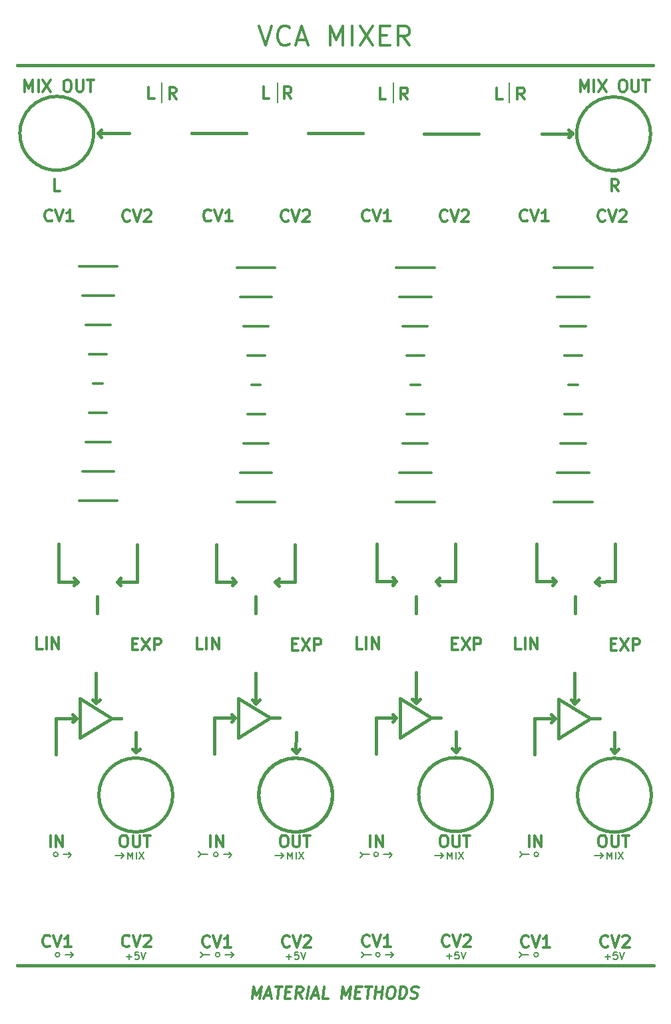
<source format=gbr>
%TF.GenerationSoftware,KiCad,Pcbnew,(5.0.1)-3*%
%TF.CreationDate,2020-04-13T19:58:08+01:00*%
%TF.ProjectId,panel,70616E656C2E6B696361645F70636200,rev?*%
%TF.SameCoordinates,Original*%
%TF.FileFunction,Legend,Top*%
%TF.FilePolarity,Positive*%
%FSLAX46Y46*%
G04 Gerber Fmt 4.6, Leading zero omitted, Abs format (unit mm)*
G04 Created by KiCad (PCBNEW (5.0.1)-3) date 13/04/2020 19:58:08*
%MOMM*%
%LPD*%
G01*
G04 APERTURE LIST*
%ADD10C,0.200000*%
%ADD11C,0.160000*%
%ADD12C,0.400000*%
%ADD13C,0.300000*%
%ADD14C,0.350000*%
%ADD15C,0.375000*%
G04 APERTURE END LIST*
D10*
X164846000Y-15240000D02*
X164846000Y-12700000D01*
X150114000Y-15240000D02*
X150114000Y-12700000D01*
X135382000Y-15240000D02*
X135382000Y-12700000D01*
X176812500Y-110974956D02*
X176475000Y-110635000D01*
X176800000Y-110960000D02*
X175750000Y-110960000D01*
X176814956Y-110972500D02*
X176475000Y-111310000D01*
D11*
X177365142Y-111405142D02*
X177365142Y-110505142D01*
X177665142Y-111148000D01*
X177965142Y-110505142D01*
X177965142Y-111405142D01*
X178393714Y-111405142D02*
X178393714Y-110505142D01*
X178736571Y-110505142D02*
X179336571Y-111405142D01*
X179336571Y-110505142D02*
X178736571Y-111405142D01*
D10*
X156494956Y-110972500D02*
X156155000Y-111310000D01*
X156480000Y-110960000D02*
X155430000Y-110960000D01*
X156492500Y-110974956D02*
X156155000Y-110635000D01*
D11*
X157045142Y-111405142D02*
X157045142Y-110505142D01*
X157345142Y-111148000D01*
X157645142Y-110505142D01*
X157645142Y-111405142D01*
X158073714Y-111405142D02*
X158073714Y-110505142D01*
X158416571Y-110505142D02*
X159016571Y-111405142D01*
X159016571Y-110505142D02*
X158416571Y-111405142D01*
D10*
X136160000Y-110960000D02*
X135110000Y-110960000D01*
X136172500Y-110974956D02*
X135835000Y-110635000D01*
X136174956Y-110972500D02*
X135835000Y-111310000D01*
D11*
X136725142Y-111405142D02*
X136725142Y-110505142D01*
X137025142Y-111148000D01*
X137325142Y-110505142D01*
X137325142Y-111405142D01*
X137753714Y-111405142D02*
X137753714Y-110505142D01*
X138096571Y-110505142D02*
X138696571Y-111405142D01*
X138696571Y-110505142D02*
X138096571Y-111405142D01*
X116405142Y-111405142D02*
X116405142Y-110505142D01*
X116705142Y-111148000D01*
X117005142Y-110505142D01*
X117005142Y-111405142D01*
X117433714Y-111405142D02*
X117433714Y-110505142D01*
X117776571Y-110505142D02*
X118376571Y-111405142D01*
X118376571Y-110505142D02*
X117776571Y-111405142D01*
D10*
X115840000Y-110960000D02*
X114790000Y-110960000D01*
X115852500Y-110974956D02*
X115515000Y-110635000D01*
X115854956Y-110972500D02*
X115515000Y-111310000D01*
D12*
X172445000Y-18660000D02*
X172895000Y-19135000D01*
X172920000Y-19135000D02*
X172470000Y-19585000D01*
X172920000Y-19135000D02*
X172445000Y-18660000D01*
X172620000Y-19435000D02*
X172445000Y-19610000D01*
X113025000Y-19580000D02*
X112575000Y-19105000D01*
X112550000Y-19105000D02*
X113025000Y-19580000D01*
X112550000Y-19105000D02*
X113000000Y-18655000D01*
X112850000Y-18805000D02*
X113025000Y-18630000D01*
D11*
X177062857Y-123814285D02*
X177748571Y-123814285D01*
X177405714Y-124157142D02*
X177405714Y-123471428D01*
X178605714Y-123257142D02*
X178177142Y-123257142D01*
X178134285Y-123685714D01*
X178177142Y-123642857D01*
X178262857Y-123600000D01*
X178477142Y-123600000D01*
X178562857Y-123642857D01*
X178605714Y-123685714D01*
X178648571Y-123771428D01*
X178648571Y-123985714D01*
X178605714Y-124071428D01*
X178562857Y-124114285D01*
X178477142Y-124157142D01*
X178262857Y-124157142D01*
X178177142Y-124114285D01*
X178134285Y-124071428D01*
X178905714Y-123257142D02*
X179205714Y-124157142D01*
X179505714Y-123257142D01*
X156912857Y-123774285D02*
X157598571Y-123774285D01*
X157255714Y-124117142D02*
X157255714Y-123431428D01*
X158455714Y-123217142D02*
X158027142Y-123217142D01*
X157984285Y-123645714D01*
X158027142Y-123602857D01*
X158112857Y-123560000D01*
X158327142Y-123560000D01*
X158412857Y-123602857D01*
X158455714Y-123645714D01*
X158498571Y-123731428D01*
X158498571Y-123945714D01*
X158455714Y-124031428D01*
X158412857Y-124074285D01*
X158327142Y-124117142D01*
X158112857Y-124117142D01*
X158027142Y-124074285D01*
X157984285Y-124031428D01*
X158755714Y-123217142D02*
X159055714Y-124117142D01*
X159355714Y-123217142D01*
X136542857Y-123824285D02*
X137228571Y-123824285D01*
X136885714Y-124167142D02*
X136885714Y-123481428D01*
X138085714Y-123267142D02*
X137657142Y-123267142D01*
X137614285Y-123695714D01*
X137657142Y-123652857D01*
X137742857Y-123610000D01*
X137957142Y-123610000D01*
X138042857Y-123652857D01*
X138085714Y-123695714D01*
X138128571Y-123781428D01*
X138128571Y-123995714D01*
X138085714Y-124081428D01*
X138042857Y-124124285D01*
X137957142Y-124167142D01*
X137742857Y-124167142D01*
X137657142Y-124124285D01*
X137614285Y-124081428D01*
X138385714Y-123267142D02*
X138685714Y-124167142D01*
X138985714Y-123267142D01*
D13*
X107774285Y-26468571D02*
X107060000Y-26468571D01*
X107060000Y-24968571D01*
D12*
X112040383Y-19120000D02*
G75*
G03X112040383Y-19120000I-4700383J0D01*
G01*
X182860001Y-19180000D02*
G75*
G03X182860001Y-19180000I-4700383J0D01*
G01*
X169040000Y-19140000D02*
X172910000Y-19140000D01*
X112540000Y-19120000D02*
X116550000Y-19130000D01*
D13*
X164004285Y-14798571D02*
X163290000Y-14798571D01*
X163290000Y-13298571D01*
X166794285Y-14808571D02*
X166294285Y-14094285D01*
X165937142Y-14808571D02*
X165937142Y-13308571D01*
X166508571Y-13308571D01*
X166651428Y-13380000D01*
X166722857Y-13451428D01*
X166794285Y-13594285D01*
X166794285Y-13808571D01*
X166722857Y-13951428D01*
X166651428Y-14022857D01*
X166508571Y-14094285D01*
X165937142Y-14094285D01*
X149174285Y-14798571D02*
X148460000Y-14798571D01*
X148460000Y-13298571D01*
X151964285Y-14808571D02*
X151464285Y-14094285D01*
X151107142Y-14808571D02*
X151107142Y-13308571D01*
X151678571Y-13308571D01*
X151821428Y-13380000D01*
X151892857Y-13451428D01*
X151964285Y-13594285D01*
X151964285Y-13808571D01*
X151892857Y-13951428D01*
X151821428Y-14022857D01*
X151678571Y-14094285D01*
X151107142Y-14094285D01*
X122524285Y-14738571D02*
X122024285Y-14024285D01*
X121667142Y-14738571D02*
X121667142Y-13238571D01*
X122238571Y-13238571D01*
X122381428Y-13310000D01*
X122452857Y-13381428D01*
X122524285Y-13524285D01*
X122524285Y-13738571D01*
X122452857Y-13881428D01*
X122381428Y-13952857D01*
X122238571Y-14024285D01*
X121667142Y-14024285D01*
X119734285Y-14728571D02*
X119020000Y-14728571D01*
X119020000Y-13228571D01*
X137154285Y-14698571D02*
X136654285Y-13984285D01*
X136297142Y-14698571D02*
X136297142Y-13198571D01*
X136868571Y-13198571D01*
X137011428Y-13270000D01*
X137082857Y-13341428D01*
X137154285Y-13484285D01*
X137154285Y-13698571D01*
X137082857Y-13841428D01*
X137011428Y-13912857D01*
X136868571Y-13984285D01*
X136297142Y-13984285D01*
X134364285Y-14688571D02*
X133650000Y-14688571D01*
X133650000Y-13188571D01*
D10*
X120650000Y-15240000D02*
X120650000Y-12700000D01*
D11*
X116212857Y-123824285D02*
X116898571Y-123824285D01*
X116555714Y-124167142D02*
X116555714Y-123481428D01*
X117755714Y-123267142D02*
X117327142Y-123267142D01*
X117284285Y-123695714D01*
X117327142Y-123652857D01*
X117412857Y-123610000D01*
X117627142Y-123610000D01*
X117712857Y-123652857D01*
X117755714Y-123695714D01*
X117798571Y-123781428D01*
X117798571Y-123995714D01*
X117755714Y-124081428D01*
X117712857Y-124124285D01*
X117627142Y-124167142D01*
X117412857Y-124167142D01*
X117327142Y-124124285D01*
X117284285Y-124081428D01*
X118055714Y-123267142D02*
X118355714Y-124167142D01*
X118655714Y-123267142D01*
D10*
X166514956Y-123562500D02*
X166175000Y-123900000D01*
X147329000Y-123575000D02*
X146429000Y-123575000D01*
X146468956Y-123587500D02*
X146129000Y-123925000D01*
X166512500Y-123564956D02*
X166175000Y-123225000D01*
X167375000Y-123550000D02*
X166475000Y-123550000D01*
X146466500Y-123589956D02*
X146129000Y-123250000D01*
X109429000Y-123575000D02*
X108379000Y-123575000D01*
X129804000Y-123575000D02*
X128754000Y-123575000D01*
X109441500Y-123589956D02*
X109104000Y-123250000D01*
X150193956Y-123587500D02*
X149854000Y-123925000D01*
X150179000Y-123575000D02*
X149129000Y-123575000D01*
X129816500Y-123589956D02*
X129479000Y-123250000D01*
X129818956Y-123587500D02*
X129479000Y-123925000D01*
X150191500Y-123589956D02*
X149854000Y-123250000D01*
X109443956Y-123587500D02*
X109104000Y-123925000D01*
X126804000Y-123550000D02*
X125904000Y-123550000D01*
X125943956Y-123562500D02*
X125604000Y-123900000D01*
X125941500Y-123564956D02*
X125604000Y-123225000D01*
X148464044Y-123564956D02*
G75*
G03X148464044Y-123564956I-285044J0D01*
G01*
X148464044Y-123564956D02*
G75*
G03X148464044Y-123564956I-285044J0D01*
G01*
X128089044Y-123564956D02*
G75*
G03X128089044Y-123564956I-285044J0D01*
G01*
X107714044Y-123564956D02*
G75*
G03X107714044Y-123564956I-285044J0D01*
G01*
X168585044Y-123564956D02*
G75*
G03X168585044Y-123564956I-285044J0D01*
G01*
X167400000Y-110800000D02*
X166500000Y-110800000D01*
X166539956Y-110812500D02*
X166200000Y-111150000D01*
X166537500Y-110814956D02*
X166200000Y-110475000D01*
X147100000Y-110825000D02*
X146200000Y-110825000D01*
X146239956Y-110837500D02*
X145900000Y-111175000D01*
X146237500Y-110839956D02*
X145900000Y-110500000D01*
X149962500Y-110839956D02*
X149625000Y-110500000D01*
X149964956Y-110837500D02*
X149625000Y-111175000D01*
X149950000Y-110825000D02*
X148900000Y-110825000D01*
X129575000Y-110825000D02*
X128525000Y-110825000D01*
X129587500Y-110839956D02*
X129250000Y-110500000D01*
X129589956Y-110837500D02*
X129250000Y-111175000D01*
X109200000Y-110825000D02*
X108150000Y-110825000D01*
X109214956Y-110837500D02*
X108875000Y-111175000D01*
X109212500Y-110839956D02*
X108875000Y-110500000D01*
X126575000Y-110800000D02*
X125675000Y-110800000D01*
X168610044Y-110814956D02*
G75*
G03X168610044Y-110814956I-285044J0D01*
G01*
X148235044Y-110814956D02*
G75*
G03X148235044Y-110814956I-285044J0D01*
G01*
X148235044Y-110814956D02*
G75*
G03X148235044Y-110814956I-285044J0D01*
G01*
X125714956Y-110812500D02*
X125375000Y-111150000D01*
X125712500Y-110814956D02*
X125375000Y-110475000D01*
X107485044Y-110814956D02*
G75*
G03X107485044Y-110814956I-285044J0D01*
G01*
X127860044Y-110814956D02*
G75*
G03X127860044Y-110814956I-285044J0D01*
G01*
D13*
X167207142Y-30160714D02*
X167135714Y-30232142D01*
X166921428Y-30303571D01*
X166778571Y-30303571D01*
X166564285Y-30232142D01*
X166421428Y-30089285D01*
X166350000Y-29946428D01*
X166278571Y-29660714D01*
X166278571Y-29446428D01*
X166350000Y-29160714D01*
X166421428Y-29017857D01*
X166564285Y-28875000D01*
X166778571Y-28803571D01*
X166921428Y-28803571D01*
X167135714Y-28875000D01*
X167207142Y-28946428D01*
X167635714Y-28803571D02*
X168135714Y-30303571D01*
X168635714Y-28803571D01*
X169921428Y-30303571D02*
X169064285Y-30303571D01*
X169492857Y-30303571D02*
X169492857Y-28803571D01*
X169350000Y-29017857D01*
X169207142Y-29160714D01*
X169064285Y-29232142D01*
X177082142Y-30185714D02*
X177010714Y-30257142D01*
X176796428Y-30328571D01*
X176653571Y-30328571D01*
X176439285Y-30257142D01*
X176296428Y-30114285D01*
X176225000Y-29971428D01*
X176153571Y-29685714D01*
X176153571Y-29471428D01*
X176225000Y-29185714D01*
X176296428Y-29042857D01*
X176439285Y-28900000D01*
X176653571Y-28828571D01*
X176796428Y-28828571D01*
X177010714Y-28900000D01*
X177082142Y-28971428D01*
X177510714Y-28828571D02*
X178010714Y-30328571D01*
X178510714Y-28828571D01*
X178939285Y-28971428D02*
X179010714Y-28900000D01*
X179153571Y-28828571D01*
X179510714Y-28828571D01*
X179653571Y-28900000D01*
X179725000Y-28971428D01*
X179796428Y-29114285D01*
X179796428Y-29257142D01*
X179725000Y-29471428D01*
X178867857Y-30328571D01*
X179796428Y-30328571D01*
X147132142Y-30160714D02*
X147060714Y-30232142D01*
X146846428Y-30303571D01*
X146703571Y-30303571D01*
X146489285Y-30232142D01*
X146346428Y-30089285D01*
X146275000Y-29946428D01*
X146203571Y-29660714D01*
X146203571Y-29446428D01*
X146275000Y-29160714D01*
X146346428Y-29017857D01*
X146489285Y-28875000D01*
X146703571Y-28803571D01*
X146846428Y-28803571D01*
X147060714Y-28875000D01*
X147132142Y-28946428D01*
X147560714Y-28803571D02*
X148060714Y-30303571D01*
X148560714Y-28803571D01*
X149846428Y-30303571D02*
X148989285Y-30303571D01*
X149417857Y-30303571D02*
X149417857Y-28803571D01*
X149275000Y-29017857D01*
X149132142Y-29160714D01*
X148989285Y-29232142D01*
X157007142Y-30185714D02*
X156935714Y-30257142D01*
X156721428Y-30328571D01*
X156578571Y-30328571D01*
X156364285Y-30257142D01*
X156221428Y-30114285D01*
X156150000Y-29971428D01*
X156078571Y-29685714D01*
X156078571Y-29471428D01*
X156150000Y-29185714D01*
X156221428Y-29042857D01*
X156364285Y-28900000D01*
X156578571Y-28828571D01*
X156721428Y-28828571D01*
X156935714Y-28900000D01*
X157007142Y-28971428D01*
X157435714Y-28828571D02*
X157935714Y-30328571D01*
X158435714Y-28828571D01*
X158864285Y-28971428D02*
X158935714Y-28900000D01*
X159078571Y-28828571D01*
X159435714Y-28828571D01*
X159578571Y-28900000D01*
X159650000Y-28971428D01*
X159721428Y-29114285D01*
X159721428Y-29257142D01*
X159650000Y-29471428D01*
X158792857Y-30328571D01*
X159721428Y-30328571D01*
X126932142Y-30160714D02*
X126860714Y-30232142D01*
X126646428Y-30303571D01*
X126503571Y-30303571D01*
X126289285Y-30232142D01*
X126146428Y-30089285D01*
X126075000Y-29946428D01*
X126003571Y-29660714D01*
X126003571Y-29446428D01*
X126075000Y-29160714D01*
X126146428Y-29017857D01*
X126289285Y-28875000D01*
X126503571Y-28803571D01*
X126646428Y-28803571D01*
X126860714Y-28875000D01*
X126932142Y-28946428D01*
X127360714Y-28803571D02*
X127860714Y-30303571D01*
X128360714Y-28803571D01*
X129646428Y-30303571D02*
X128789285Y-30303571D01*
X129217857Y-30303571D02*
X129217857Y-28803571D01*
X129075000Y-29017857D01*
X128932142Y-29160714D01*
X128789285Y-29232142D01*
X136807142Y-30185714D02*
X136735714Y-30257142D01*
X136521428Y-30328571D01*
X136378571Y-30328571D01*
X136164285Y-30257142D01*
X136021428Y-30114285D01*
X135950000Y-29971428D01*
X135878571Y-29685714D01*
X135878571Y-29471428D01*
X135950000Y-29185714D01*
X136021428Y-29042857D01*
X136164285Y-28900000D01*
X136378571Y-28828571D01*
X136521428Y-28828571D01*
X136735714Y-28900000D01*
X136807142Y-28971428D01*
X137235714Y-28828571D02*
X137735714Y-30328571D01*
X138235714Y-28828571D01*
X138664285Y-28971428D02*
X138735714Y-28900000D01*
X138878571Y-28828571D01*
X139235714Y-28828571D01*
X139378571Y-28900000D01*
X139450000Y-28971428D01*
X139521428Y-29114285D01*
X139521428Y-29257142D01*
X139450000Y-29471428D01*
X138592857Y-30328571D01*
X139521428Y-30328571D01*
D14*
X171912500Y-47350000D02*
X174112500Y-47350000D01*
X174112500Y-54800000D02*
X171912500Y-54800000D01*
X172437500Y-51075000D02*
X173587500Y-51075000D01*
X175025000Y-62250000D02*
X171000000Y-62250000D01*
X174587500Y-58525000D02*
X171437500Y-58525000D01*
X170587500Y-36175000D02*
X175437500Y-36175000D01*
X173587500Y-51075000D02*
X172437500Y-51075000D01*
X171437500Y-43625000D02*
X174587500Y-43625000D01*
X171000000Y-39900000D02*
X175025000Y-39900000D01*
X175437500Y-65975000D02*
X170587500Y-65975000D01*
X150925000Y-39900000D02*
X154950000Y-39900000D01*
X155362500Y-65975000D02*
X150512500Y-65975000D01*
X154950000Y-62250000D02*
X150925000Y-62250000D01*
X154512500Y-58525000D02*
X151362500Y-58525000D01*
X151837500Y-47350000D02*
X154037500Y-47350000D01*
X154037500Y-54800000D02*
X151837500Y-54800000D01*
X151362500Y-43625000D02*
X154512500Y-43625000D01*
X153512500Y-51075000D02*
X152362500Y-51075000D01*
X152362500Y-51075000D02*
X153512500Y-51075000D01*
X150512500Y-36175000D02*
X155362500Y-36175000D01*
X133787500Y-54800000D02*
X131587500Y-54800000D01*
X135112500Y-65975000D02*
X130262500Y-65975000D01*
X134700000Y-62250000D02*
X130675000Y-62250000D01*
X130262500Y-36175000D02*
X135112500Y-36175000D01*
X133262500Y-51075000D02*
X132112500Y-51075000D01*
X130675000Y-39900000D02*
X134700000Y-39900000D01*
X134262500Y-58525000D02*
X131112500Y-58525000D01*
X131112500Y-43625000D02*
X134262500Y-43625000D01*
X131587500Y-47350000D02*
X133787500Y-47350000D01*
X132112500Y-51075000D02*
X133262500Y-51075000D01*
X115012500Y-65825000D02*
X110162500Y-65825000D01*
X114600000Y-62100000D02*
X110575000Y-62100000D01*
X114162500Y-58375000D02*
X111012500Y-58375000D01*
X113687500Y-54650000D02*
X111487500Y-54650000D01*
X113162500Y-50925000D02*
X112012500Y-50925000D01*
X110162500Y-36025000D02*
X115012500Y-36025000D01*
X110575000Y-39750000D02*
X114600000Y-39750000D01*
X111012500Y-43475000D02*
X114162500Y-43475000D01*
X111487500Y-47200000D02*
X113687500Y-47200000D01*
X112012500Y-50925000D02*
X113162500Y-50925000D01*
D12*
X168125000Y-93525000D02*
X168125000Y-98075000D01*
X171175000Y-93525000D02*
X171175000Y-96025000D01*
X182965001Y-103275000D02*
G75*
G03X182965001Y-103275000I-4700383J0D01*
G01*
X178285000Y-95325000D02*
X178275000Y-97850000D01*
X170725000Y-93525000D02*
X170275000Y-93975000D01*
D13*
X167332142Y-122460714D02*
X167260714Y-122532142D01*
X167046428Y-122603571D01*
X166903571Y-122603571D01*
X166689285Y-122532142D01*
X166546428Y-122389285D01*
X166475000Y-122246428D01*
X166403571Y-121960714D01*
X166403571Y-121746428D01*
X166475000Y-121460714D01*
X166546428Y-121317857D01*
X166689285Y-121175000D01*
X166903571Y-121103571D01*
X167046428Y-121103571D01*
X167260714Y-121175000D01*
X167332142Y-121246428D01*
X167760714Y-121103571D02*
X168260714Y-122603571D01*
X168760714Y-121103571D01*
X170046428Y-122603571D02*
X169189285Y-122603571D01*
X169617857Y-122603571D02*
X169617857Y-121103571D01*
X169475000Y-121317857D01*
X169332142Y-121460714D01*
X169189285Y-121532142D01*
X176625000Y-108378571D02*
X176910714Y-108378571D01*
X177053571Y-108450000D01*
X177196428Y-108592857D01*
X177267857Y-108878571D01*
X177267857Y-109378571D01*
X177196428Y-109664285D01*
X177053571Y-109807142D01*
X176910714Y-109878571D01*
X176625000Y-109878571D01*
X176482142Y-109807142D01*
X176339285Y-109664285D01*
X176267857Y-109378571D01*
X176267857Y-108878571D01*
X176339285Y-108592857D01*
X176482142Y-108450000D01*
X176625000Y-108378571D01*
X177910714Y-108378571D02*
X177910714Y-109592857D01*
X177982142Y-109735714D01*
X178053571Y-109807142D01*
X178196428Y-109878571D01*
X178482142Y-109878571D01*
X178625000Y-109807142D01*
X178696428Y-109735714D01*
X178767857Y-109592857D01*
X178767857Y-108378571D01*
X179267857Y-108378571D02*
X180125000Y-108378571D01*
X179696428Y-109878571D02*
X179696428Y-108378571D01*
X177839285Y-84067857D02*
X178339285Y-84067857D01*
X178553571Y-84853571D02*
X177839285Y-84853571D01*
X177839285Y-83353571D01*
X178553571Y-83353571D01*
X179053571Y-83353571D02*
X180053571Y-84853571D01*
X180053571Y-83353571D02*
X179053571Y-84853571D01*
X180625000Y-84853571D02*
X180625000Y-83353571D01*
X181196428Y-83353571D01*
X181339285Y-83425000D01*
X181410714Y-83496428D01*
X181482142Y-83639285D01*
X181482142Y-83853571D01*
X181410714Y-83996428D01*
X181339285Y-84067857D01*
X181196428Y-84139285D01*
X180625000Y-84139285D01*
X177457142Y-122460714D02*
X177385714Y-122532142D01*
X177171428Y-122603571D01*
X177028571Y-122603571D01*
X176814285Y-122532142D01*
X176671428Y-122389285D01*
X176600000Y-122246428D01*
X176528571Y-121960714D01*
X176528571Y-121746428D01*
X176600000Y-121460714D01*
X176671428Y-121317857D01*
X176814285Y-121175000D01*
X177028571Y-121103571D01*
X177171428Y-121103571D01*
X177385714Y-121175000D01*
X177457142Y-121246428D01*
X177885714Y-121103571D02*
X178385714Y-122603571D01*
X178885714Y-121103571D01*
X179314285Y-121246428D02*
X179385714Y-121175000D01*
X179528571Y-121103571D01*
X179885714Y-121103571D01*
X180028571Y-121175000D01*
X180100000Y-121246428D01*
X180171428Y-121389285D01*
X180171428Y-121532142D01*
X180100000Y-121746428D01*
X179242857Y-122603571D01*
X180171428Y-122603571D01*
X167414285Y-109878571D02*
X167414285Y-108378571D01*
X168128571Y-109878571D02*
X168128571Y-108378571D01*
X168985714Y-109878571D01*
X168985714Y-108378571D01*
X166396428Y-84753571D02*
X165682142Y-84753571D01*
X165682142Y-83253571D01*
X166896428Y-84753571D02*
X166896428Y-83253571D01*
X167610714Y-84753571D02*
X167610714Y-83253571D01*
X168467857Y-84753571D01*
X168467857Y-83253571D01*
D12*
X178775000Y-97425000D02*
X178300000Y-97875000D01*
X175275000Y-93525000D02*
X176375000Y-93525000D01*
X170725000Y-93525000D02*
X170725000Y-93525000D01*
X170835000Y-76100000D02*
X170385000Y-76550000D01*
X175175000Y-93525000D02*
X171175000Y-91025000D01*
X173225000Y-91625000D02*
X172775000Y-91175000D01*
X173225000Y-87775000D02*
X173225000Y-91625000D01*
X171175000Y-91025000D02*
X171175000Y-93525000D01*
X170360000Y-75625000D02*
X170810000Y-76100000D01*
X168375000Y-71335000D02*
X168375000Y-76085000D01*
X173305000Y-78015000D02*
X173305000Y-80125000D01*
X173225000Y-91625000D02*
X173225000Y-91625000D01*
X170725000Y-93525000D02*
X168125000Y-93525000D01*
X172925000Y-91325000D02*
X172750000Y-91150000D01*
X171175000Y-96025000D02*
X175175000Y-93525000D01*
X178355000Y-71365000D02*
X178355000Y-76115000D01*
X170535000Y-76400000D02*
X170360000Y-76575000D01*
X176135000Y-75825000D02*
X176310000Y-75650000D01*
X176310000Y-76600000D02*
X175860000Y-76125000D01*
X168395000Y-76095000D02*
X170810000Y-76100000D01*
X175835000Y-76125000D02*
X176310000Y-76600000D01*
X175835000Y-76125000D02*
X178355000Y-76115000D01*
X175835000Y-76125000D02*
X176285000Y-75675000D01*
X178000000Y-97600000D02*
X177825000Y-97425000D01*
X170250000Y-93050000D02*
X170700000Y-93525000D01*
X173225000Y-91625000D02*
X173700000Y-91150000D01*
X178300000Y-97900000D02*
X178775000Y-97425000D01*
X173700000Y-91150000D02*
X173225000Y-91600000D01*
X170835000Y-76100000D02*
X170360000Y-75625000D01*
X170725000Y-93525000D02*
X170250000Y-93050000D01*
X170425000Y-93825000D02*
X170250000Y-94000000D01*
X178300000Y-97900000D02*
X177850000Y-97450000D01*
X162765001Y-103200000D02*
G75*
G03X162765001Y-103200000I-4700383J0D01*
G01*
X158085000Y-95250000D02*
X158075000Y-97775000D01*
X147925000Y-93450000D02*
X147925000Y-98000000D01*
D13*
X156425000Y-108378571D02*
X156710714Y-108378571D01*
X156853571Y-108450000D01*
X156996428Y-108592857D01*
X157067857Y-108878571D01*
X157067857Y-109378571D01*
X156996428Y-109664285D01*
X156853571Y-109807142D01*
X156710714Y-109878571D01*
X156425000Y-109878571D01*
X156282142Y-109807142D01*
X156139285Y-109664285D01*
X156067857Y-109378571D01*
X156067857Y-108878571D01*
X156139285Y-108592857D01*
X156282142Y-108450000D01*
X156425000Y-108378571D01*
X157710714Y-108378571D02*
X157710714Y-109592857D01*
X157782142Y-109735714D01*
X157853571Y-109807142D01*
X157996428Y-109878571D01*
X158282142Y-109878571D01*
X158425000Y-109807142D01*
X158496428Y-109735714D01*
X158567857Y-109592857D01*
X158567857Y-108378571D01*
X159067857Y-108378571D02*
X159925000Y-108378571D01*
X159496428Y-109878571D02*
X159496428Y-108378571D01*
X157257142Y-122385714D02*
X157185714Y-122457142D01*
X156971428Y-122528571D01*
X156828571Y-122528571D01*
X156614285Y-122457142D01*
X156471428Y-122314285D01*
X156400000Y-122171428D01*
X156328571Y-121885714D01*
X156328571Y-121671428D01*
X156400000Y-121385714D01*
X156471428Y-121242857D01*
X156614285Y-121100000D01*
X156828571Y-121028571D01*
X156971428Y-121028571D01*
X157185714Y-121100000D01*
X157257142Y-121171428D01*
X157685714Y-121028571D02*
X158185714Y-122528571D01*
X158685714Y-121028571D01*
X159114285Y-121171428D02*
X159185714Y-121100000D01*
X159328571Y-121028571D01*
X159685714Y-121028571D01*
X159828571Y-121100000D01*
X159900000Y-121171428D01*
X159971428Y-121314285D01*
X159971428Y-121457142D01*
X159900000Y-121671428D01*
X159042857Y-122528571D01*
X159971428Y-122528571D01*
X147132142Y-122385714D02*
X147060714Y-122457142D01*
X146846428Y-122528571D01*
X146703571Y-122528571D01*
X146489285Y-122457142D01*
X146346428Y-122314285D01*
X146275000Y-122171428D01*
X146203571Y-121885714D01*
X146203571Y-121671428D01*
X146275000Y-121385714D01*
X146346428Y-121242857D01*
X146489285Y-121100000D01*
X146703571Y-121028571D01*
X146846428Y-121028571D01*
X147060714Y-121100000D01*
X147132142Y-121171428D01*
X147560714Y-121028571D02*
X148060714Y-122528571D01*
X148560714Y-121028571D01*
X149846428Y-122528571D02*
X148989285Y-122528571D01*
X149417857Y-122528571D02*
X149417857Y-121028571D01*
X149275000Y-121242857D01*
X149132142Y-121385714D01*
X148989285Y-121457142D01*
X157639285Y-83992857D02*
X158139285Y-83992857D01*
X158353571Y-84778571D02*
X157639285Y-84778571D01*
X157639285Y-83278571D01*
X158353571Y-83278571D01*
X158853571Y-83278571D02*
X159853571Y-84778571D01*
X159853571Y-83278571D02*
X158853571Y-84778571D01*
X160425000Y-84778571D02*
X160425000Y-83278571D01*
X160996428Y-83278571D01*
X161139285Y-83350000D01*
X161210714Y-83421428D01*
X161282142Y-83564285D01*
X161282142Y-83778571D01*
X161210714Y-83921428D01*
X161139285Y-83992857D01*
X160996428Y-84064285D01*
X160425000Y-84064285D01*
X147214285Y-109878571D02*
X147214285Y-108378571D01*
X147928571Y-109878571D02*
X147928571Y-108378571D01*
X148785714Y-109878571D01*
X148785714Y-108378571D01*
X146196428Y-84678571D02*
X145482142Y-84678571D01*
X145482142Y-83178571D01*
X146696428Y-84678571D02*
X146696428Y-83178571D01*
X147410714Y-84678571D02*
X147410714Y-83178571D01*
X148267857Y-84678571D01*
X148267857Y-83178571D01*
D12*
X150975000Y-93450000D02*
X150975000Y-95950000D01*
X155075000Y-93450000D02*
X156175000Y-93450000D01*
X150525000Y-93450000D02*
X147925000Y-93450000D01*
X150525000Y-93450000D02*
X150525000Y-93450000D01*
X150535000Y-76075000D02*
X150085000Y-76525000D01*
X154975000Y-93450000D02*
X150975000Y-90950000D01*
X153025000Y-91550000D02*
X152575000Y-91100000D01*
X153025000Y-87700000D02*
X153025000Y-91550000D01*
X150975000Y-90950000D02*
X150975000Y-93450000D01*
X152725000Y-91250000D02*
X152550000Y-91075000D01*
X150975000Y-95950000D02*
X154975000Y-93450000D01*
X158055000Y-71340000D02*
X158055000Y-76090000D01*
X155535000Y-76100000D02*
X155985000Y-75650000D01*
X150235000Y-76375000D02*
X150060000Y-76550000D01*
X155835000Y-75800000D02*
X156010000Y-75625000D01*
X155535000Y-76100000D02*
X156010000Y-76575000D01*
X156010000Y-76575000D02*
X155560000Y-76100000D01*
X150060000Y-75600000D02*
X150510000Y-76075000D01*
X148075000Y-71310000D02*
X148075000Y-76060000D01*
X148095000Y-76070000D02*
X150510000Y-76075000D01*
X155535000Y-76100000D02*
X158055000Y-76090000D01*
X153005000Y-77990000D02*
X153005000Y-80100000D01*
X153025000Y-91550000D02*
X153025000Y-91550000D01*
X158575000Y-97350000D02*
X158100000Y-97800000D01*
X150525000Y-93450000D02*
X150075000Y-93900000D01*
X157800000Y-97525000D02*
X157625000Y-97350000D01*
X153025000Y-91550000D02*
X153500000Y-91075000D01*
X150525000Y-93450000D02*
X150050000Y-92975000D01*
X158100000Y-97825000D02*
X158575000Y-97350000D01*
X150050000Y-92975000D02*
X150500000Y-93450000D01*
X153500000Y-91075000D02*
X153025000Y-91525000D01*
X150535000Y-76075000D02*
X150060000Y-75600000D01*
X158100000Y-97825000D02*
X157650000Y-97375000D01*
X150225000Y-93750000D02*
X150050000Y-93925000D01*
X132670000Y-91615000D02*
X132670000Y-91615000D01*
X130110000Y-76150000D02*
X129635000Y-75675000D01*
X137775000Y-97900000D02*
X137325000Y-97450000D01*
X132670000Y-91615000D02*
X133145000Y-91140000D01*
X130020000Y-93465000D02*
X129545000Y-92990000D01*
X133145000Y-91140000D02*
X132670000Y-91590000D01*
X137775000Y-97900000D02*
X138250000Y-97425000D01*
X129545000Y-92990000D02*
X129995000Y-93465000D01*
X129720000Y-93765000D02*
X129545000Y-93940000D01*
X138250000Y-97425000D02*
X137775000Y-97875000D01*
X137475000Y-97600000D02*
X137300000Y-97425000D01*
X130020000Y-93465000D02*
X129570000Y-93915000D01*
X130470000Y-95965000D02*
X134470000Y-93465000D01*
X130470000Y-93465000D02*
X130470000Y-95965000D01*
X134470000Y-93465000D02*
X130470000Y-90965000D01*
X130470000Y-90965000D02*
X130470000Y-93465000D01*
X134570000Y-93465000D02*
X135670000Y-93465000D01*
X132670000Y-87765000D02*
X132670000Y-91615000D01*
X130020000Y-93465000D02*
X127420000Y-93465000D01*
X130020000Y-93465000D02*
X130020000Y-93465000D01*
X130110000Y-76150000D02*
X129660000Y-76600000D01*
X132670000Y-91615000D02*
X132220000Y-91165000D01*
X132370000Y-91315000D02*
X132195000Y-91140000D01*
X135110000Y-76175000D02*
X135585000Y-76650000D01*
X135585000Y-76650000D02*
X135135000Y-76175000D01*
X129635000Y-75675000D02*
X130085000Y-76150000D01*
X135110000Y-76175000D02*
X135560000Y-75725000D01*
X129810000Y-76450000D02*
X129635000Y-76625000D01*
X135410000Y-75875000D02*
X135585000Y-75700000D01*
D13*
X125871428Y-84753571D02*
X125157142Y-84753571D01*
X125157142Y-83253571D01*
X126371428Y-84753571D02*
X126371428Y-83253571D01*
X127085714Y-84753571D02*
X127085714Y-83253571D01*
X127942857Y-84753571D01*
X127942857Y-83253571D01*
X137314285Y-84067857D02*
X137814285Y-84067857D01*
X138028571Y-84853571D02*
X137314285Y-84853571D01*
X137314285Y-83353571D01*
X138028571Y-83353571D01*
X138528571Y-83353571D02*
X139528571Y-84853571D01*
X139528571Y-83353571D02*
X138528571Y-84853571D01*
X140100000Y-84853571D02*
X140100000Y-83353571D01*
X140671428Y-83353571D01*
X140814285Y-83425000D01*
X140885714Y-83496428D01*
X140957142Y-83639285D01*
X140957142Y-83853571D01*
X140885714Y-83996428D01*
X140814285Y-84067857D01*
X140671428Y-84139285D01*
X140100000Y-84139285D01*
X136932142Y-122460714D02*
X136860714Y-122532142D01*
X136646428Y-122603571D01*
X136503571Y-122603571D01*
X136289285Y-122532142D01*
X136146428Y-122389285D01*
X136075000Y-122246428D01*
X136003571Y-121960714D01*
X136003571Y-121746428D01*
X136075000Y-121460714D01*
X136146428Y-121317857D01*
X136289285Y-121175000D01*
X136503571Y-121103571D01*
X136646428Y-121103571D01*
X136860714Y-121175000D01*
X136932142Y-121246428D01*
X137360714Y-121103571D02*
X137860714Y-122603571D01*
X138360714Y-121103571D01*
X138789285Y-121246428D02*
X138860714Y-121175000D01*
X139003571Y-121103571D01*
X139360714Y-121103571D01*
X139503571Y-121175000D01*
X139575000Y-121246428D01*
X139646428Y-121389285D01*
X139646428Y-121532142D01*
X139575000Y-121746428D01*
X138717857Y-122603571D01*
X139646428Y-122603571D01*
X126807142Y-122460714D02*
X126735714Y-122532142D01*
X126521428Y-122603571D01*
X126378571Y-122603571D01*
X126164285Y-122532142D01*
X126021428Y-122389285D01*
X125950000Y-122246428D01*
X125878571Y-121960714D01*
X125878571Y-121746428D01*
X125950000Y-121460714D01*
X126021428Y-121317857D01*
X126164285Y-121175000D01*
X126378571Y-121103571D01*
X126521428Y-121103571D01*
X126735714Y-121175000D01*
X126807142Y-121246428D01*
X127235714Y-121103571D02*
X127735714Y-122603571D01*
X128235714Y-121103571D01*
X129521428Y-122603571D02*
X128664285Y-122603571D01*
X129092857Y-122603571D02*
X129092857Y-121103571D01*
X128950000Y-121317857D01*
X128807142Y-121460714D01*
X128664285Y-121532142D01*
X126889285Y-109878571D02*
X126889285Y-108378571D01*
X127603571Y-109878571D02*
X127603571Y-108378571D01*
X128460714Y-109878571D01*
X128460714Y-108378571D01*
X136100000Y-108378571D02*
X136385714Y-108378571D01*
X136528571Y-108450000D01*
X136671428Y-108592857D01*
X136742857Y-108878571D01*
X136742857Y-109378571D01*
X136671428Y-109664285D01*
X136528571Y-109807142D01*
X136385714Y-109878571D01*
X136100000Y-109878571D01*
X135957142Y-109807142D01*
X135814285Y-109664285D01*
X135742857Y-109378571D01*
X135742857Y-108878571D01*
X135814285Y-108592857D01*
X135957142Y-108450000D01*
X136100000Y-108378571D01*
X137385714Y-108378571D02*
X137385714Y-109592857D01*
X137457142Y-109735714D01*
X137528571Y-109807142D01*
X137671428Y-109878571D01*
X137957142Y-109878571D01*
X138100000Y-109807142D01*
X138171428Y-109735714D01*
X138242857Y-109592857D01*
X138242857Y-108378571D01*
X138742857Y-108378571D02*
X139600000Y-108378571D01*
X139171428Y-109878571D02*
X139171428Y-108378571D01*
D12*
X127670000Y-76145000D02*
X130085000Y-76150000D01*
X135110000Y-76175000D02*
X137630000Y-76165000D01*
X132640000Y-78005000D02*
X132640000Y-80115000D01*
X137630000Y-71415000D02*
X137630000Y-76165000D01*
X127650000Y-71385000D02*
X127650000Y-76135000D01*
X142440001Y-103275000D02*
G75*
G03X142440001Y-103275000I-4700383J0D01*
G01*
X137760000Y-95325000D02*
X137750000Y-97850000D01*
X127420000Y-93465000D02*
X127420000Y-98015000D01*
X154075000Y-19200000D02*
X161025000Y-19200000D01*
X139300000Y-19125000D02*
X146275000Y-19125000D01*
X124475000Y-19125000D02*
X131450000Y-19125000D01*
D13*
X178744285Y-26478571D02*
X178244285Y-25764285D01*
X177887142Y-26478571D02*
X177887142Y-24978571D01*
X178458571Y-24978571D01*
X178601428Y-25050000D01*
X178672857Y-25121428D01*
X178744285Y-25264285D01*
X178744285Y-25478571D01*
X178672857Y-25621428D01*
X178601428Y-25692857D01*
X178458571Y-25764285D01*
X177887142Y-25764285D01*
X173924285Y-13818571D02*
X173924285Y-12318571D01*
X174424285Y-13390000D01*
X174924285Y-12318571D01*
X174924285Y-13818571D01*
X175638571Y-13818571D02*
X175638571Y-12318571D01*
X176210000Y-12318571D02*
X177210000Y-13818571D01*
X177210000Y-12318571D02*
X176210000Y-13818571D01*
X179210000Y-12318571D02*
X179495714Y-12318571D01*
X179638571Y-12390000D01*
X179781428Y-12532857D01*
X179852857Y-12818571D01*
X179852857Y-13318571D01*
X179781428Y-13604285D01*
X179638571Y-13747142D01*
X179495714Y-13818571D01*
X179210000Y-13818571D01*
X179067142Y-13747142D01*
X178924285Y-13604285D01*
X178852857Y-13318571D01*
X178852857Y-12818571D01*
X178924285Y-12532857D01*
X179067142Y-12390000D01*
X179210000Y-12318571D01*
X180495714Y-12318571D02*
X180495714Y-13532857D01*
X180567142Y-13675714D01*
X180638571Y-13747142D01*
X180781428Y-13818571D01*
X181067142Y-13818571D01*
X181210000Y-13747142D01*
X181281428Y-13675714D01*
X181352857Y-13532857D01*
X181352857Y-12318571D01*
X181852857Y-12318571D02*
X182710000Y-12318571D01*
X182281428Y-13818571D02*
X182281428Y-12318571D01*
X103274285Y-13818571D02*
X103274285Y-12318571D01*
X103774285Y-13390000D01*
X104274285Y-12318571D01*
X104274285Y-13818571D01*
X104988571Y-13818571D02*
X104988571Y-12318571D01*
X105560000Y-12318571D02*
X106560000Y-13818571D01*
X106560000Y-12318571D02*
X105560000Y-13818571D01*
X108560000Y-12318571D02*
X108845714Y-12318571D01*
X108988571Y-12390000D01*
X109131428Y-12532857D01*
X109202857Y-12818571D01*
X109202857Y-13318571D01*
X109131428Y-13604285D01*
X108988571Y-13747142D01*
X108845714Y-13818571D01*
X108560000Y-13818571D01*
X108417142Y-13747142D01*
X108274285Y-13604285D01*
X108202857Y-13318571D01*
X108202857Y-12818571D01*
X108274285Y-12532857D01*
X108417142Y-12390000D01*
X108560000Y-12318571D01*
X109845714Y-12318571D02*
X109845714Y-13532857D01*
X109917142Y-13675714D01*
X109988571Y-13747142D01*
X110131428Y-13818571D01*
X110417142Y-13818571D01*
X110560000Y-13747142D01*
X110631428Y-13675714D01*
X110702857Y-13532857D01*
X110702857Y-12318571D01*
X111202857Y-12318571D02*
X112060000Y-12318571D01*
X111631428Y-13818571D02*
X111631428Y-12318571D01*
X116632142Y-30185714D02*
X116560714Y-30257142D01*
X116346428Y-30328571D01*
X116203571Y-30328571D01*
X115989285Y-30257142D01*
X115846428Y-30114285D01*
X115775000Y-29971428D01*
X115703571Y-29685714D01*
X115703571Y-29471428D01*
X115775000Y-29185714D01*
X115846428Y-29042857D01*
X115989285Y-28900000D01*
X116203571Y-28828571D01*
X116346428Y-28828571D01*
X116560714Y-28900000D01*
X116632142Y-28971428D01*
X117060714Y-28828571D02*
X117560714Y-30328571D01*
X118060714Y-28828571D01*
X118489285Y-28971428D02*
X118560714Y-28900000D01*
X118703571Y-28828571D01*
X119060714Y-28828571D01*
X119203571Y-28900000D01*
X119275000Y-28971428D01*
X119346428Y-29114285D01*
X119346428Y-29257142D01*
X119275000Y-29471428D01*
X118417857Y-30328571D01*
X119346428Y-30328571D01*
X106757142Y-30160714D02*
X106685714Y-30232142D01*
X106471428Y-30303571D01*
X106328571Y-30303571D01*
X106114285Y-30232142D01*
X105971428Y-30089285D01*
X105900000Y-29946428D01*
X105828571Y-29660714D01*
X105828571Y-29446428D01*
X105900000Y-29160714D01*
X105971428Y-29017857D01*
X106114285Y-28875000D01*
X106328571Y-28803571D01*
X106471428Y-28803571D01*
X106685714Y-28875000D01*
X106757142Y-28946428D01*
X107185714Y-28803571D02*
X107685714Y-30303571D01*
X108185714Y-28803571D01*
X109471428Y-30303571D02*
X108614285Y-30303571D01*
X109042857Y-30303571D02*
X109042857Y-28803571D01*
X108900000Y-29017857D01*
X108757142Y-29160714D01*
X108614285Y-29232142D01*
D12*
X117425000Y-97875000D02*
X117900000Y-97400000D01*
X117900000Y-97400000D02*
X117425000Y-97850000D01*
X117125000Y-97575000D02*
X116950000Y-97400000D01*
X117425000Y-97875000D02*
X116975000Y-97425000D01*
X109850000Y-93500000D02*
X109375000Y-93025000D01*
X109375000Y-93025000D02*
X109825000Y-93500000D01*
X109850000Y-93500000D02*
X109400000Y-93950000D01*
X109550000Y-93800000D02*
X109375000Y-93975000D01*
X112350000Y-91600000D02*
X112825000Y-91125000D01*
X112825000Y-91125000D02*
X112350000Y-91575000D01*
X112350000Y-91600000D02*
X111900000Y-91150000D01*
X112050000Y-91300000D02*
X111875000Y-91125000D01*
X109850000Y-93500000D02*
X109850000Y-93500000D01*
D13*
X116582142Y-122435714D02*
X116510714Y-122507142D01*
X116296428Y-122578571D01*
X116153571Y-122578571D01*
X115939285Y-122507142D01*
X115796428Y-122364285D01*
X115725000Y-122221428D01*
X115653571Y-121935714D01*
X115653571Y-121721428D01*
X115725000Y-121435714D01*
X115796428Y-121292857D01*
X115939285Y-121150000D01*
X116153571Y-121078571D01*
X116296428Y-121078571D01*
X116510714Y-121150000D01*
X116582142Y-121221428D01*
X117010714Y-121078571D02*
X117510714Y-122578571D01*
X118010714Y-121078571D01*
X118439285Y-121221428D02*
X118510714Y-121150000D01*
X118653571Y-121078571D01*
X119010714Y-121078571D01*
X119153571Y-121150000D01*
X119225000Y-121221428D01*
X119296428Y-121364285D01*
X119296428Y-121507142D01*
X119225000Y-121721428D01*
X118367857Y-122578571D01*
X119296428Y-122578571D01*
X106457142Y-122435714D02*
X106385714Y-122507142D01*
X106171428Y-122578571D01*
X106028571Y-122578571D01*
X105814285Y-122507142D01*
X105671428Y-122364285D01*
X105600000Y-122221428D01*
X105528571Y-121935714D01*
X105528571Y-121721428D01*
X105600000Y-121435714D01*
X105671428Y-121292857D01*
X105814285Y-121150000D01*
X106028571Y-121078571D01*
X106171428Y-121078571D01*
X106385714Y-121150000D01*
X106457142Y-121221428D01*
X106885714Y-121078571D02*
X107385714Y-122578571D01*
X107885714Y-121078571D01*
X109171428Y-122578571D02*
X108314285Y-122578571D01*
X108742857Y-122578571D02*
X108742857Y-121078571D01*
X108600000Y-121292857D01*
X108457142Y-121435714D01*
X108314285Y-121507142D01*
X106539285Y-109878571D02*
X106539285Y-108378571D01*
X107253571Y-109878571D02*
X107253571Y-108378571D01*
X108110714Y-109878571D01*
X108110714Y-108378571D01*
X115750000Y-108378571D02*
X116035714Y-108378571D01*
X116178571Y-108450000D01*
X116321428Y-108592857D01*
X116392857Y-108878571D01*
X116392857Y-109378571D01*
X116321428Y-109664285D01*
X116178571Y-109807142D01*
X116035714Y-109878571D01*
X115750000Y-109878571D01*
X115607142Y-109807142D01*
X115464285Y-109664285D01*
X115392857Y-109378571D01*
X115392857Y-108878571D01*
X115464285Y-108592857D01*
X115607142Y-108450000D01*
X115750000Y-108378571D01*
X117035714Y-108378571D02*
X117035714Y-109592857D01*
X117107142Y-109735714D01*
X117178571Y-109807142D01*
X117321428Y-109878571D01*
X117607142Y-109878571D01*
X117750000Y-109807142D01*
X117821428Y-109735714D01*
X117892857Y-109592857D01*
X117892857Y-108378571D01*
X118392857Y-108378571D02*
X119250000Y-108378571D01*
X118821428Y-109878571D02*
X118821428Y-108378571D01*
D12*
X115000000Y-76150000D02*
X115475000Y-76625000D01*
X115000000Y-76150000D02*
X115450000Y-75700000D01*
X115475000Y-76625000D02*
X115025000Y-76150000D01*
X115300000Y-75850000D02*
X115475000Y-75675000D01*
X109700000Y-76425000D02*
X109525000Y-76600000D01*
X110000000Y-76125000D02*
X109550000Y-76575000D01*
X109525000Y-75650000D02*
X109975000Y-76125000D01*
X110000000Y-76125000D02*
X109525000Y-75650000D01*
D13*
X105521428Y-84728571D02*
X104807142Y-84728571D01*
X104807142Y-83228571D01*
X106021428Y-84728571D02*
X106021428Y-83228571D01*
X106735714Y-84728571D02*
X106735714Y-83228571D01*
X107592857Y-84728571D01*
X107592857Y-83228571D01*
X116964285Y-84042857D02*
X117464285Y-84042857D01*
X117678571Y-84828571D02*
X116964285Y-84828571D01*
X116964285Y-83328571D01*
X117678571Y-83328571D01*
X118178571Y-83328571D02*
X119178571Y-84828571D01*
X119178571Y-83328571D02*
X118178571Y-84828571D01*
X119750000Y-84828571D02*
X119750000Y-83328571D01*
X120321428Y-83328571D01*
X120464285Y-83400000D01*
X120535714Y-83471428D01*
X120607142Y-83614285D01*
X120607142Y-83828571D01*
X120535714Y-83971428D01*
X120464285Y-84042857D01*
X120321428Y-84114285D01*
X119750000Y-84114285D01*
D12*
X112350000Y-91600000D02*
X112350000Y-91600000D01*
X107250000Y-93500000D02*
X107250000Y-98050000D01*
X109850000Y-93500000D02*
X107250000Y-93500000D01*
X114400000Y-93500000D02*
X115500000Y-93500000D01*
X112350000Y-87750000D02*
X112350000Y-91600000D01*
X114300000Y-93500000D02*
X110300000Y-91000000D01*
X110300000Y-96000000D02*
X114300000Y-93500000D01*
X110300000Y-93500000D02*
X110300000Y-96000000D01*
X110300000Y-91000000D02*
X110300000Y-93500000D01*
X117410000Y-95300000D02*
X117400000Y-97825000D01*
X112470000Y-78040000D02*
X112470000Y-80150000D01*
X115000000Y-76150000D02*
X117520000Y-76140000D01*
X117520000Y-71390000D02*
X117520000Y-76140000D01*
X107560000Y-76120000D02*
X109975000Y-76125000D01*
X107540000Y-71360000D02*
X107540000Y-76110000D01*
X162770001Y-103210000D02*
G75*
G03X162770001Y-103210000I-4700383J0D01*
G01*
X142400001Y-103250000D02*
G75*
G03X142400001Y-103250000I-4700383J0D01*
G01*
X122090001Y-103250000D02*
G75*
G03X122090001Y-103250000I-4700383J0D01*
G01*
D15*
X133027619Y-5460952D02*
X133860952Y-7960952D01*
X134694285Y-5460952D01*
X136956190Y-7722857D02*
X136837142Y-7841904D01*
X136480000Y-7960952D01*
X136241904Y-7960952D01*
X135884761Y-7841904D01*
X135646666Y-7603809D01*
X135527619Y-7365714D01*
X135408571Y-6889523D01*
X135408571Y-6532380D01*
X135527619Y-6056190D01*
X135646666Y-5818095D01*
X135884761Y-5580000D01*
X136241904Y-5460952D01*
X136480000Y-5460952D01*
X136837142Y-5580000D01*
X136956190Y-5699047D01*
X137908571Y-7246666D02*
X139099047Y-7246666D01*
X137670476Y-7960952D02*
X138503809Y-5460952D01*
X139337142Y-7960952D01*
X142075238Y-7960952D02*
X142075238Y-5460952D01*
X142908571Y-7246666D01*
X143741904Y-5460952D01*
X143741904Y-7960952D01*
X144932380Y-7960952D02*
X144932380Y-5460952D01*
X145884761Y-5460952D02*
X147551428Y-7960952D01*
X147551428Y-5460952D02*
X145884761Y-7960952D01*
X148503809Y-6651428D02*
X149337142Y-6651428D01*
X149694285Y-7960952D02*
X148503809Y-7960952D01*
X148503809Y-5460952D01*
X149694285Y-5460952D01*
X152194285Y-7960952D02*
X151360952Y-6770476D01*
X150765714Y-7960952D02*
X150765714Y-5460952D01*
X151718095Y-5460952D01*
X151956190Y-5580000D01*
X152075238Y-5699047D01*
X152194285Y-5937142D01*
X152194285Y-6294285D01*
X152075238Y-6532380D01*
X151956190Y-6651428D01*
X151718095Y-6770476D01*
X150765714Y-6770476D01*
D13*
X132174642Y-129128571D02*
X132362142Y-127628571D01*
X132728214Y-128700000D01*
X133362142Y-127628571D01*
X133174642Y-129128571D01*
X133871071Y-128700000D02*
X134585357Y-128700000D01*
X133674642Y-129128571D02*
X134362142Y-127628571D01*
X134674642Y-129128571D01*
X135147857Y-127628571D02*
X136005000Y-127628571D01*
X135388928Y-129128571D02*
X135576428Y-127628571D01*
X136415714Y-128342857D02*
X136915714Y-128342857D01*
X137031785Y-129128571D02*
X136317500Y-129128571D01*
X136505000Y-127628571D01*
X137219285Y-127628571D01*
X138531785Y-129128571D02*
X138121071Y-128414285D01*
X137674642Y-129128571D02*
X137862142Y-127628571D01*
X138433571Y-127628571D01*
X138567500Y-127700000D01*
X138630000Y-127771428D01*
X138683571Y-127914285D01*
X138656785Y-128128571D01*
X138567500Y-128271428D01*
X138487142Y-128342857D01*
X138335357Y-128414285D01*
X137763928Y-128414285D01*
X139174642Y-129128571D02*
X139362142Y-127628571D01*
X139871071Y-128700000D02*
X140585357Y-128700000D01*
X139674642Y-129128571D02*
X140362142Y-127628571D01*
X140674642Y-129128571D01*
X141888928Y-129128571D02*
X141174642Y-129128571D01*
X141362142Y-127628571D01*
X143531785Y-129128571D02*
X143719285Y-127628571D01*
X144085357Y-128700000D01*
X144719285Y-127628571D01*
X144531785Y-129128571D01*
X145344285Y-128342857D02*
X145844285Y-128342857D01*
X145960357Y-129128571D02*
X145246071Y-129128571D01*
X145433571Y-127628571D01*
X146147857Y-127628571D01*
X146576428Y-127628571D02*
X147433571Y-127628571D01*
X146817500Y-129128571D02*
X147005000Y-127628571D01*
X147746071Y-129128571D02*
X147933571Y-127628571D01*
X147844285Y-128342857D02*
X148701428Y-128342857D01*
X148603214Y-129128571D02*
X148790714Y-127628571D01*
X149790714Y-127628571D02*
X150076428Y-127628571D01*
X150210357Y-127700000D01*
X150335357Y-127842857D01*
X150371071Y-128128571D01*
X150308571Y-128628571D01*
X150201428Y-128914285D01*
X150040714Y-129057142D01*
X149888928Y-129128571D01*
X149603214Y-129128571D01*
X149469285Y-129057142D01*
X149344285Y-128914285D01*
X149308571Y-128628571D01*
X149371071Y-128128571D01*
X149478214Y-127842857D01*
X149638928Y-127700000D01*
X149790714Y-127628571D01*
X150888928Y-129128571D02*
X151076428Y-127628571D01*
X151433571Y-127628571D01*
X151638928Y-127700000D01*
X151763928Y-127842857D01*
X151817500Y-127985714D01*
X151853214Y-128271428D01*
X151826428Y-128485714D01*
X151719285Y-128771428D01*
X151630000Y-128914285D01*
X151469285Y-129057142D01*
X151246071Y-129128571D01*
X150888928Y-129128571D01*
X152326428Y-129057142D02*
X152531785Y-129128571D01*
X152888928Y-129128571D01*
X153040714Y-129057142D01*
X153121071Y-128985714D01*
X153210357Y-128842857D01*
X153228214Y-128700000D01*
X153174642Y-128557142D01*
X153112142Y-128485714D01*
X152978214Y-128414285D01*
X152701428Y-128342857D01*
X152567500Y-128271428D01*
X152505000Y-128200000D01*
X152451428Y-128057142D01*
X152469285Y-127914285D01*
X152558571Y-127771428D01*
X152638928Y-127700000D01*
X152790714Y-127628571D01*
X153147857Y-127628571D01*
X153353214Y-127700000D01*
D12*
X102350000Y-10440000D02*
X183210000Y-10430000D01*
X102350000Y-124960000D02*
X183240000Y-124940000D01*
M02*

</source>
